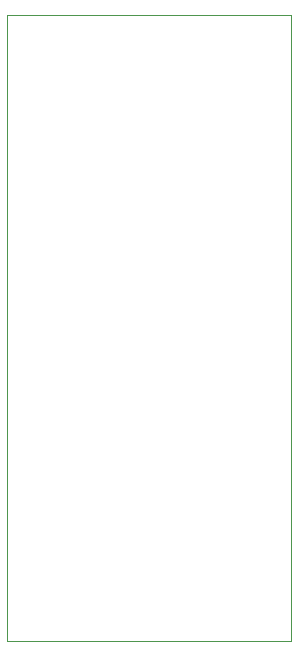
<source format=gbr>
G04*
G04 #@! TF.GenerationSoftware,Altium Limited,Altium Designer,24.5.2 (23)*
G04*
G04 Layer_Color=0*
%FSLAX25Y25*%
%MOIN*%
G70*
G04*
G04 #@! TF.SameCoordinates,31991F0E-98CA-4A4E-B794-B5AF52ABA4E1*
G04*
G04*
G04 #@! TF.FilePolarity,Positive*
G04*
G01*
G75*
%ADD59C,0.00100*%
D59*
X0Y0D02*
Y208661D01*
X94500Y208661D01*
X94488D01*
Y0D01*
X0D01*
M02*

</source>
